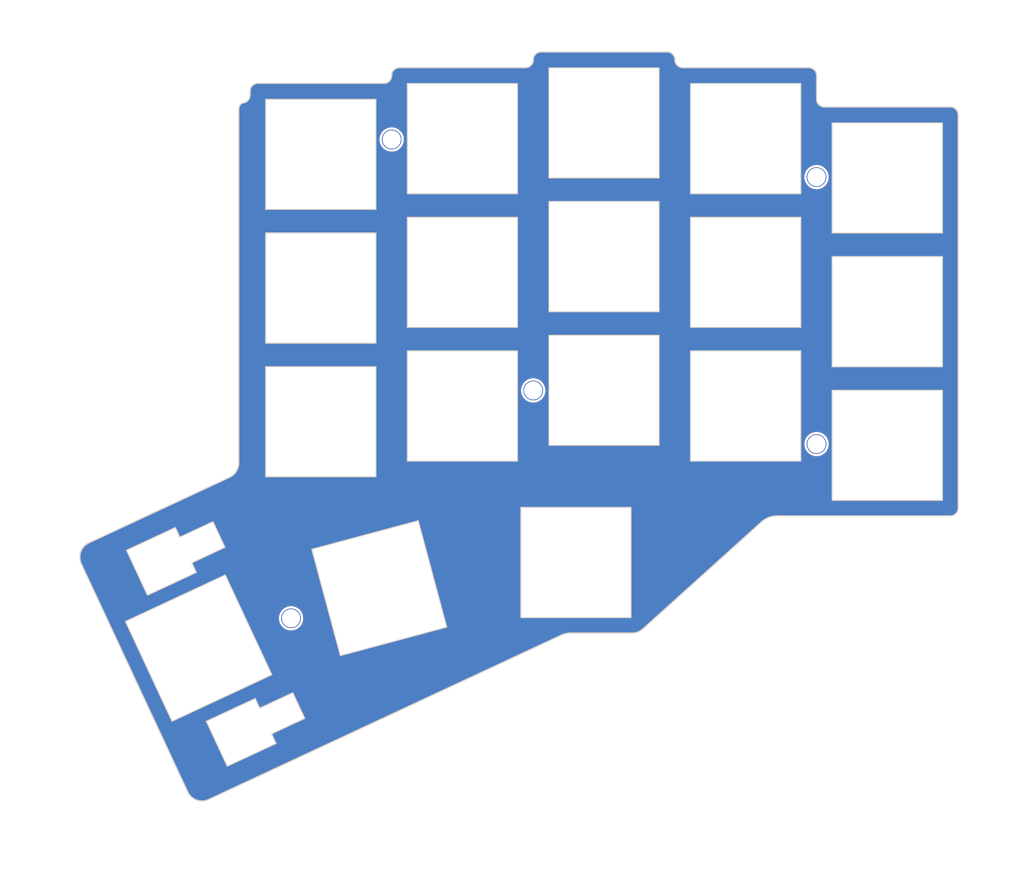
<source format=kicad_pcb>
(kicad_pcb (version 20240108) (generator "pcbnew") (generator_version "8.0")
  (title_block (title "span") (date "2023-08-14") (rev "1.0") (company "idank"))
  (layers (0 "F.Cu" signal) (31 "B.Cu" signal) (34 "B.Paste" user) (35 "F.Paste" user) (36 "B.SilkS" user "B.Silkscreen") (37 "F.SilkS" user "F.Silkscreen") (38 "B.Mask" user) (39 "F.Mask" user) (44 "Edge.Cuts" user))
  (net 0 "")
  (footprint "kbd:SW_Hole" (layer "F.Cu") (at 173.98661 105.598723 15)
    (property "Reference" "SW35" (hide yes))
    (property "Value" "SW_PUSH" (hide yes))
    (fp_line (start -7 -7) (end -7 7) (stroke (width 0.12)) (layer "Edge.Cuts"))
    (fp_line (start -7 7) (end 7 7) (stroke (width 0.12)) (layer "Edge.Cuts"))
    (fp_line (start 7 -7) (end -7 -7) (stroke (width 0.12)) (layer "Edge.Cuts"))
    (fp_line (start 7 7) (end 7 -7) (stroke (width 0.12)) (layer "Edge.Cuts"))
  )
  (footprint "kbd:SW_Hole" (layer "F.Cu") (at 202.552832 80.431998 180)
    (property "Reference" "SW31" (hide yes))
    (property "Value" "SW_PUSH" (hide yes))
    (fp_line (start 7 7) (end 7 -7) (stroke (width 0.12)) (layer "Edge.Cuts"))
    (fp_line (start 7 -7) (end -7 -7) (stroke (width 0.12)) (layer "Edge.Cuts"))
    (fp_line (start -7 7) (end 7 7) (stroke (width 0.12)) (layer "Edge.Cuts"))
    (fp_line (start -7 -7) (end -7 7) (stroke (width 0.12)) (layer "Edge.Cuts"))
  )
  (footprint "kbd:SW_Hole" (layer "F.Cu") (at 220.552832 65.431998 180)
    (property "Reference" "SW25" (hide yes))
    (property "Value" "SW_PUSH" (hide yes))
    (fp_line (start 7 7) (end 7 -7) (stroke (width 0.12)) (layer "Edge.Cuts"))
    (fp_line (start 7 -7) (end -7 -7) (stroke (width 0.12)) (layer "Edge.Cuts"))
    (fp_line (start -7 7) (end 7 7) (stroke (width 0.12)) (layer "Edge.Cuts"))
    (fp_line (start -7 -7) (end -7 7) (stroke (width 0.12)) (layer "Edge.Cuts"))
  )
  (footprint "kbd:SW_Hole" (layer "F.Cu") (at 184.552832 82.431998 180)
    (property "Reference" "SW32" (hide yes))
    (property "Value" "SW_PUSH" (hide yes))
    (fp_line (start 7 7) (end 7 -7) (stroke (width 0.12)) (layer "Edge.Cuts"))
    (fp_line (start 7 -7) (end -7 -7) (stroke (width 0.12)) (layer "Edge.Cuts"))
    (fp_line (start -7 7) (end 7 7) (stroke (width 0.12)) (layer "Edge.Cuts"))
    (fp_line (start -7 -7) (end -7 7) (stroke (width 0.12)) (layer "Edge.Cuts"))
  )
  (footprint "kbd:SW_Hole" (layer "F.Cu") (at 220.552832 82.431998 180)
    (property "Reference" "SW30" (hide yes))
    (property "Value" "SW_PUSH" (hide yes))
    (fp_line (start 7 7) (end 7 -7) (stroke (width 0.12)) (layer "Edge.Cuts"))
    (fp_line (start 7 -7) (end -7 -7) (stroke (width 0.12)) (layer "Edge.Cuts"))
    (fp_line (start -7 7) (end 7 7) (stroke (width 0.12)) (layer "Edge.Cuts"))
    (fp_line (start -7 -7) (end -7 7) (stroke (width 0.12)) (layer "Edge.Cuts"))
  )
  (footprint "mbk:Choc-2u-cutout" (layer "F.Cu") (at 151.026483 113.219869 -65)
    (property "Reference" "SW36")
    (property "Value" "SW_PUSH" (hide yes))
    (fp_line (start -7 7) (end 7 7) (stroke (width 0.12)) (layer "Edge.Cuts"))
    (fp_line (start -15.15 3.05) (end -8.85 3.05) (stroke (width 0.12)) (layer "Edge.Cuts"))
    (fp_line (start -15.15 3.05) (end -15.15 -3.8) (stroke (width 0.12)) (layer "Edge.Cuts"))
    (fp_line (start -8.85 3.05) (end -8.85 -3.8) (stroke (width 0.12)) (layer "Edge.Cuts"))
    (fp_line (start 7 7) (end 7 -7) (stroke (width 0.12)) (layer "Edge.Cuts"))
    (fp_line (start -15.15 -3.8) (end -13.8 -3.8) (stroke (width 0.12)) (layer "Edge.Cuts"))
    (fp_line (start -10.2 -3.8) (end -8.85 -3.8) (stroke (width 0.12)) (layer "Edge.Cuts"))
    (fp_line (start 8.85 3.05) (end 15.15 3.05) (stroke (width 0.12)) (layer "Edge.Cuts"))
    (fp_line (start 8.85 3.05) (end 8.85 -3.8) (stroke (width 0.12)) (layer "Edge.Cuts"))
    (fp_line (start -13.8 -8.45) (end -13.8 -3.8) (stroke (width 0.12)) (layer "Edge.Cuts"))
    (fp_line (start -13.8 -8.45) (end -10.2 -8.450001) (stroke (width 0.12)) (layer "Edge.Cuts"))
    (fp_line (start -10.2 -8.450001) (end -10.2 -3.8) (stroke (width 0.12)) (layer "Edge.Cuts"))
    (fp_line (start -7 -7) (end -7 7) (stroke (width 0.12)) (layer "Edge.Cuts"))
    (fp_line (start 15.15 3.05) (end 15.15 -3.8) (stroke (width 0.12)) (layer "Edge.Cuts"))
    (fp_line (start 8.85 -3.8) (end 10.2 -3.8) (stroke (width 0.12)) (layer "Edge.Cuts"))
    (fp_line (start 13.8 -3.8) (end 15.15 -3.8) (stroke (width 0.12)) (layer "Edge.Cuts"))
    (fp_line (start 7 -7) (end -7 -7) (stroke (width 0.12)) (layer "Edge.Cuts"))
    (fp_line (start 10.2 -8.45) (end 10.2 -3.8) (stroke (width 0.12)) (layer "Edge.Cuts"))
    (fp_line (start 10.2 -8.45) (end 13.8 -8.45) (stroke (width 0.12)) (layer "Edge.Cuts"))
    (fp_line (start 13.8 -8.45) (end 13.8 -3.8) (stroke (width 0.12)) (layer "Edge.Cuts"))
  )
  (footprint "kbd:SW_Hole" (layer "F.Cu") (at 166.552832 84.431998 180)
    (property "Reference" "SW33" (hide yes))
    (property "Value" "SW_PUSH" (hide yes))
    (fp_line (start 7 7) (end 7 -7) (stroke (width 0.12)) (layer "Edge.Cuts"))
    (fp_line (start 7 -7) (end -7 -7) (stroke (width 0.12)) (layer "Edge.Cuts"))
    (fp_line (start -7 7) (end 7 7) (stroke (width 0.12)) (layer "Edge.Cuts"))
    (fp_line (start -7 -7) (end -7 7) (stroke (width 0.12)) (layer "Edge.Cuts"))
  )
  (footprint "kbd:SW_Hole" (layer "F.Cu") (at 238.552832 70.431998 180)
    (property "Reference" "SW24" (hide yes))
    (property "Value" "SW_PUSH" (hide yes))
    (fp_line (start 7 7) (end 7 -7) (stroke (width 0.12)) (layer "Edge.Cuts"))
    (fp_line (start 7 -7) (end -7 -7) (stroke (width 0.12)) (layer "Edge.Cuts"))
    (fp_line (start -7 7) (end 7 7) (stroke (width 0.12)) (layer "Edge.Cuts"))
    (fp_line (start -7 -7) (end -7 7) (stroke (width 0.12)) (layer "Edge.Cuts"))
  )
  (footprint "kbd:SW_Hole" (layer "F.Cu") (at 238.552832 53.431998 180)
    (property "Reference" "SW19" (hide yes))
    (property "Value" "SW_PUSH" (hide yes))
    (fp_line (start 7 7) (end 7 -7) (stroke (width 0.12)) (layer "Edge.Cuts"))
    (fp_line (start 7 -7) (end -7 -7) (stroke (width 0.12)) (layer "Edge.Cuts"))
    (fp_line (start -7 7) (end 7 7) (stroke (width 0.12)) (layer "Edge.Cuts"))
    (fp_line (start -7 -7) (end -7 7) (stroke (width 0.12)) (layer "Edge.Cuts"))
  )
  (footprint "kbd:SW_Hole" (layer "F.Cu") (at 166.552832 67.431998 180)
    (property "Reference" "SW28" (hide yes))
    (property "Value" "SW_PUSH" (hide yes))
    (fp_line (start 7 7) (end 7 -7) (stroke (width 0.12)) (layer "Edge.Cuts"))
    (fp_line (start 7 -7) (end -7 -7) (stroke (width 0.12)) (layer "Edge.Cuts"))
    (fp_line (start -7 7) (end 7 7) (stroke (width 0.12)) (layer "Edge.Cuts"))
    (fp_line (start -7 -7) (end -7 7) (stroke (width 0.12)) (layer "Edge.Cuts"))
  )
  (footprint "kbd:SW_Hole" (layer "F.Cu") (at 202.552832 46.431998 180)
    (property "Reference" "SW21" (hide yes))
    (property "Value" "SW_PUSH" (hide yes))
    (fp_line (start 7 7) (end 7 -7) (stroke (width 0.12)) (layer "Edge.Cuts"))
    (fp_line (start 7 -7) (end -7 -7) (stroke (width 0.12)) (layer "Edge.Cuts"))
    (fp_line (start -7 7) (end 7 7) (stroke (width 0.12)) (layer "Edge.Cuts"))
    (fp_line (start -7 -7) (end -7 7) (stroke (width 0.12)) (layer "Edge.Cuts"))
  )
  (footprint "kbd:SW_Hole" (layer "F.Cu") (at 238.552832 87.431998 180)
    (property "Reference" "SW29" (hide yes))
    (property "Value" "SW_PUSH" (hide yes))
    (fp_line (start 7 7) (end 7 -7) (stroke (width 0.12)) (layer "Edge.Cuts"))
    (fp_line (start 7 -7) (end -7 -7) (stroke (width 0.12)) (layer "Edge.Cuts"))
    (fp_line (start -7 7) (end 7 7) (stroke (width 0.12)) (layer "Edge.Cuts"))
    (fp_line (start -7 -7) (end -7 7) (stroke (width 0.12)) (layer "Edge.Cuts"))
  )
  (footprint "kbd:SW_Hole" (layer "F.Cu") (at 202.552832 63.431998 180)
    (property "Reference" "SW26" (hide yes))
    (property "Value" "SW_PUSH" (hide yes))
    (fp_line (start 7 7) (end 7 -7) (stroke (width 0.12)) (layer "Edge.Cuts"))
    (fp_line (start 7 -7) (end -7 -7) (stroke (width 0.12)) (layer "Edge.Cuts"))
    (fp_line (start -7 7) (end 7 7) (stroke (width 0.12)) (layer "Edge.Cuts"))
    (fp_line (start -7 -7) (end -7 7) (stroke (width 0.12)) (layer "Edge.Cuts"))
  )
  (footprint "kbd:SW_Hole" (layer "F.Cu") (at 184.552832 48.431998 180)
    (property "Reference" "SW22" (hide yes))
    (property "Value" "SW_PUSH" (hide yes))
    (fp_line (start 7 7) (end 7 -7) (stroke (width 0.12)) (layer "Edge.Cuts"))
    (fp_line (start 7 -7) (end -7 -7) (stroke (width 0.12)) (layer "Edge.Cuts"))
    (fp_line (start -7 7) (end 7 7) (stroke (width 0.12)) (layer "Edge.Cuts"))
    (fp_line (start -7 -7) (end -7 7) (stroke (width 0.12)) (layer "Edge.Cuts"))
  )
  (footprint "kbd:SW_Hole" (layer "F.Cu") (at 166.552832 50.431998 180)
    (property "Reference" "SW23" (hide yes))
    (property "Value" "SW_PUSH" (hide yes))
    (fp_line (start 7 7) (end 7 -7) (stroke (width 0.12)) (layer "Edge.Cuts"))
    (fp_line (start 7 -7) (end -7 -7) (stroke (width 0.12)) (layer "Edge.Cuts"))
    (fp_line (start -7 7) (end 7 7) (stroke (width 0.12)) (layer "Edge.Cuts"))
    (fp_line (start -7 -7) (end -7 7) (stroke (width 0.12)) (layer "Edge.Cuts"))
  )
  (footprint "kbd:SW_Hole" (layer "F.Cu") (at 184.552832 65.431998 180)
    (property "Reference" "SW27" (hide yes))
    (property "Value" "SW_PUSH" (hide yes))
    (fp_line (start 7 7) (end 7 -7) (stroke (width 0.12)) (layer "Edge.Cuts"))
    (fp_line (start 7 -7) (end -7 -7) (stroke (width 0.12)) (layer "Edge.Cuts"))
    (fp_line (start -7 7) (end 7 7) (stroke (width 0.12)) (layer "Edge.Cuts"))
    (fp_line (start -7 -7) (end -7 7) (stroke (width 0.12)) (layer "Edge.Cuts"))
  )
  (footprint "kbd:SW_Hole" (layer "F.Cu") (at 198.977581 102.330797)
    (property "Reference" "SW34" (hide yes))
    (property "Value" "SW_PUSH" (hide yes))
    (fp_line (start -7 -7) (end -7 7) (stroke (width 0.12)) (layer "Edge.Cuts"))
    (fp_line (start -7 7) (end 7 7) (stroke (width 0.12)) (layer "Edge.Cuts"))
    (fp_line (start 7 -7) (end -7 -7) (stroke (width 0.12)) (layer "Edge.Cuts"))
    (fp_line (start 7 7) (end 7 -7) (stroke (width 0.12)) (layer "Edge.Cuts"))
  )
  (footprint "kbd:SW_Hole" (layer "F.Cu") (at 220.552832 48.431998 180)
    (property "Reference" "SW20" (hide yes))
    (property "Value" "SW_PUSH" (hide yes))
    (fp_line (start 7 7) (end 7 -7) (stroke (width 0.12)) (layer "Edge.Cuts"))
    (fp_line (start 7 -7) (end -7 -7) (stroke (width 0.12)) (layer "Edge.Cuts"))
    (fp_line (start -7 7) (end 7 7) (stroke (width 0.12)) (layer "Edge.Cuts"))
    (fp_line (start -7 -7) (end -7 7) (stroke (width 0.12)) (layer "Edge.Cuts"))
  )
  (footprint "holykeebs:M2_HOLE" (layer "B.Cu") (at 229.562815 87.272018 180)
    (property "Reference" "REF**" (hide yes))
    (property "Value" "M2_HOLE" (hide yes))
    (pad "" thru_hole circle (at 0 0 180) (size 2.5 2.5) (drill 2.3) (layers "*.Cu" "*.Mask") (clearance 0.3))
  )
  (footprint "holykeebs:M2_HOLE" (layer "B.Cu") (at 175.562815 48.542018 180)
    (property "Reference" "REF**" (hide yes))
    (property "Value" "M2_HOLE" (hide yes))
    (pad "" thru_hole circle (at 0 0 180) (size 2.5 2.5) (drill 2.3) (layers "*.Cu" "*.Mask") (clearance 0.3))
  )
  (footprint "holykeebs:M2_HOLE" (layer "B.Cu") (at 229.562815 53.322018 180)
    (property "Reference" "REF**" (hide yes))
    (property "Value" "M2_HOLE" (hide yes))
    (pad "" thru_hole circle (at 0 0 180) (size 2.5 2.5) (drill 2.3) (layers "*.Cu" "*.Mask") (clearance 0.3))
  )
  (footprint "holykeebs:M2_HOLE" (layer "B.Cu") (at 193.552815 80.452018 180)
    (property "Reference" "REF**" (hide yes))
    (property "Value" "M2_HOLE" (hide yes))
    (pad "" thru_hole circle (at 0 0 180) (size 2.5 2.5) (drill 2.3) (layers "*.Cu" "*.Mask") (clearance 0.3))
  )
  (footprint "holykeebs:M2_HOLE" (layer "B.Cu") (at 162.772815 109.432018 180)
    (property "Reference" "REF**" (hide yes))
    (property "Value" "M2_HOLE" (hide yes))
    (pad "" thru_hole circle (at 0 0 180) (size 2.5 2.5) (drill 2.3) (layers "*.Cu" "*.Mask") (clearance 0.3))
  )
  (gr_line (start 154.972839 91.497695) (end 136.996455 99.87759) (stroke (width 0.15)) (layer "Edge.Cuts"))
  (gr_line (start 152.300287 132.465536) (end 197.077299 111.585673) (stroke (width 0.15)) (layer "Edge.Cuts"))
  (gr_line (start 246.563662 44.405797) (end 230.563662 44.405797) (stroke (width 0.15)) (layer "Edge.Cuts"))
  (gr_line (start 210.563662 37.405797) (end 194.563662 37.405797) (stroke (width 0.15)) (layer "Edge.Cuts"))
  (gr_arc (start 193.563662 38.405797) (mid 193.856543 37.698674) (end 194.563662 37.405797) (stroke (width 0.15)) (layer "Edge.Cuts"))
  (gr_arc (start 157.563662 42.405797) (mid 157.856538 41.698675) (end 158.563662 41.405797) (stroke (width 0.15)) (layer "Edge.Cuts"))
  (gr_line (start 192.563662 39.405797) (end 176.563662 39.405797) (stroke (width 0.15)) (layer "Edge.Cuts"))
  (gr_arc (start 222.553194 97.178726) (mid 223.486458 96.605691) (end 224.563208 96.405797) (stroke (width 0.15)) (layer "Edge.Cuts"))
  (gr_line (start 157.563662 42.905797) (end 157.544482 43.100892) (stroke (width 0.15)) (layer "Edge.Cuts"))
  (gr_arc (start 136.116631 102.491978) (mid 136.033727 101.00884) (end 136.996455 99.87759) (stroke (width 0.15)) (layer "Edge.Cuts"))
  (gr_arc (start 156.127602 44.731613) (mid 156.243307 44.264672) (end 156.563662 43.905797) (stroke (width 0.15)) (layer "Edge.Cuts"))
  (gr_arc (start 175.563662 40.405797) (mid 175.856543 39.698674) (end 176.563662 39.405797) (stroke (width 0.15)) (layer "Edge.Cuts"))
  (gr_line (start 157.270792 43.612917) (end 157.11925 43.73728) (stroke (width 0.15)) (layer "Edge.Cuts"))
  (gr_line (start 157.487574 43.288489) (end 157.39516 43.461379) (stroke (width 0.15)) (layer "Edge.Cuts"))
  (gr_arc (start 210.563662 37.405797) (mid 211.270737 37.698702) (end 211.563662 38.405797) (stroke (width 0.15)) (layer "Edge.Cuts"))
  (gr_line (start 157.39516 43.461379) (end 157.270792 43.612917) (stroke (width 0.15)) (layer "Edge.Cuts"))
  (gr_line (start 207.472834 110.78931) (end 222.553194 97.178726) (stroke (width 0.15)) (layer "Edge.Cuts"))
  (gr_line (start 229.563662 43.405797) (end 229.563662 40.405797) (stroke (width 0.15)) (layer "Edge.Cuts"))
  (gr_line (start 198.345154 111.304596) (end 206.132825 111.304596) (stroke (width 0.15)) (layer "Edge.Cuts"))
  (gr_line (start 136.116631 102.491978) (end 149.642435 131.498157) (stroke (width 0.15)) (layer "Edge.Cuts"))
  (gr_line (start 224.563208 96.405797) (end 246.563662 96.405797) (stroke (width 0.15)) (layer "Edge.Cuts"))
  (gr_arc (start 197.077299 111.585673) (mid 197.695834 111.375709) (end 198.345154 111.304596) (stroke (width 0.15)) (layer "Edge.Cuts"))
  (gr_line (start 174.563662 41.405797) (end 158.563662 41.405797) (stroke (width 0.15)) (layer "Edge.Cuts"))
  (gr_arc (start 175.563662 40.405797) (mid 175.270756 41.112887) (end 174.563662 41.405797) (stroke (width 0.15)) (layer "Edge.Cuts"))
  (gr_arc (start 228.563662 39.405797) (mid 229.270737 39.698702) (end 229.563662 40.405797) (stroke (width 0.15)) (layer "Edge.Cuts"))
  (gr_line (start 156.758757 43.886589) (end 156.563662 43.905797) (stroke (width 0.15)) (layer "Edge.Cuts"))
  (gr_arc (start 152.300287 132.465536) (mid 150.771018 132.532284) (end 149.642435 131.498157) (stroke (width 0.15)) (layer "Edge.Cuts"))
  (gr_arc (start 193.563662 38.405797) (mid 193.270756 39.112887) (end 192.563662 39.405797) (stroke (width 0.15)) (layer "Edge.Cuts"))
  (gr_line (start 157.544482 43.100892) (end 157.487574 43.288489) (stroke (width 0.15)) (layer "Edge.Cuts"))
  (gr_arc (start 247.563662 95.405797) (mid 247.270756 96.112887) (end 246.563662 96.405797) (stroke (width 0.15)) (layer "Edge.Cuts"))
  (gr_line (start 228.563662 39.405797) (end 212.563662 39.405797) (stroke (width 0.15)) (layer "Edge.Cuts"))
  (gr_line (start 156.946357 43.829687) (end 156.758757 43.886589) (stroke (width 0.15)) (layer "Edge.Cuts"))
  (gr_line (start 157.11925 43.73728) (end 156.946357 43.829687) (stroke (width 0.15)) (layer "Edge.Cuts"))
  (gr_arc (start 230.563662 44.405797) (mid 229.856524 44.112916) (end 229.563662 43.405797) (stroke (width 0.15)) (layer "Edge.Cuts"))
  (gr_line (start 247.563662 95.405797) (end 247.563662 45.405797) (stroke (width 0.15)) (layer "Edge.Cuts"))
  (gr_arc (start 246.563662 44.405797) (mid 247.270737 44.698702) (end 247.563662 45.405797) (stroke (width 0.15)) (layer "Edge.Cuts"))
  (gr_line (start 156.127602 44.731613) (end 156.127602 89.68508) (stroke (width 0.15)) (layer "Edge.Cuts"))
  (gr_arc (start 207.472834 110.78931) (mid 206.850661 111.171343) (end 206.132825 111.304596) (stroke (width 0.15)) (layer "Edge.Cuts"))
  (gr_arc (start 212.563662 39.405797) (mid 211.856524 39.112916) (end 211.563662 38.405797) (stroke (width 0.15)) (layer "Edge.Cuts"))
  (gr_arc (start 156.127602 89.68508) (mid 155.814393 90.759687) (end 154.972839 91.497695) (stroke (width 0.15)) (layer "Edge.Cuts"))
  (gr_line (start 157.563662 42.405797) (end 157.563662 42.905797) (stroke (width 0.15)) (layer "Edge.Cuts"))
  (zone (net 0) (net_name "") (layers "F&B.Cu") (connect_pads (clearance 0.508)) (min_thickness 0.25) (fill yes (thermal_gap 0.5) (thermal_bridge_width 0.5) (island_removal_mode 1) (island_area_min 10))
    (polygon (pts (xy 255.51 31.01) (xy 255.93 31.43) (xy 255.93 143.43) (xy 255.1 144.26) (xy 126.2 144.26) (xy 125.78 143.84) (xy 125.78 30.8) (xy 125.99 31.01)))
  )
)
</source>
